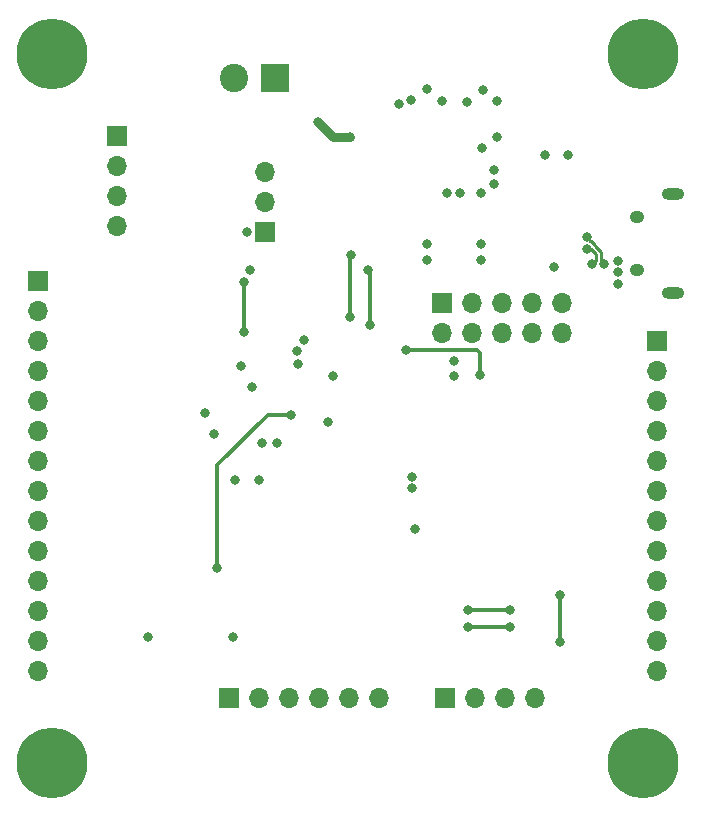
<source format=gbr>
%TF.GenerationSoftware,KiCad,Pcbnew,(5.1.9)-1*%
%TF.CreationDate,2021-01-20T19:31:44-08:00*%
%TF.ProjectId,STM32_BOB,53544d33-325f-4424-9f42-2e6b69636164,rev?*%
%TF.SameCoordinates,Original*%
%TF.FileFunction,Copper,L4,Bot*%
%TF.FilePolarity,Positive*%
%FSLAX46Y46*%
G04 Gerber Fmt 4.6, Leading zero omitted, Abs format (unit mm)*
G04 Created by KiCad (PCBNEW (5.1.9)-1) date 2021-01-20 19:31:44*
%MOMM*%
%LPD*%
G01*
G04 APERTURE LIST*
%TA.AperFunction,ComponentPad*%
%ADD10O,1.700000X1.700000*%
%TD*%
%TA.AperFunction,ComponentPad*%
%ADD11R,1.700000X1.700000*%
%TD*%
%TA.AperFunction,ComponentPad*%
%ADD12C,0.800000*%
%TD*%
%TA.AperFunction,ComponentPad*%
%ADD13C,6.000000*%
%TD*%
%TA.AperFunction,ComponentPad*%
%ADD14R,2.400000X2.400000*%
%TD*%
%TA.AperFunction,ComponentPad*%
%ADD15C,2.400000*%
%TD*%
%TA.AperFunction,ComponentPad*%
%ADD16O,1.250000X1.050000*%
%TD*%
%TA.AperFunction,ComponentPad*%
%ADD17O,1.900000X1.000000*%
%TD*%
%TA.AperFunction,ViaPad*%
%ADD18C,0.800000*%
%TD*%
%TA.AperFunction,Conductor*%
%ADD19C,0.300000*%
%TD*%
%TA.AperFunction,Conductor*%
%ADD20C,0.750000*%
%TD*%
%TA.AperFunction,Conductor*%
%ADD21C,0.261112*%
%TD*%
G04 APERTURE END LIST*
D10*
%TO.P,J3,10*%
%TO.N,NRST*%
X142160000Y-89590000D03*
%TO.P,J3,9*%
%TO.N,GND*%
X142160000Y-87050000D03*
%TO.P,J3,8*%
%TO.N,Net-(J3-Pad8)*%
X139620000Y-89590000D03*
%TO.P,J3,7*%
%TO.N,Net-(J3-Pad7)*%
X139620000Y-87050000D03*
%TO.P,J3,6*%
%TO.N,Net-(J3-Pad6)*%
X137080000Y-89590000D03*
%TO.P,J3,5*%
%TO.N,GND*%
X137080000Y-87050000D03*
%TO.P,J3,4*%
%TO.N,Net-(J3-Pad4)*%
X134540000Y-89590000D03*
%TO.P,J3,3*%
%TO.N,GND*%
X134540000Y-87050000D03*
%TO.P,J3,2*%
%TO.N,Net-(J3-Pad2)*%
X132000000Y-89590000D03*
D11*
%TO.P,J3,1*%
%TO.N,+3V3*%
X132000000Y-87050000D03*
%TD*%
D12*
%TO.P,H4,1*%
%TO.N,GND*%
X150590990Y-124409010D03*
X149000000Y-123750000D03*
X147409010Y-124409010D03*
X146750000Y-126000000D03*
X147409010Y-127590990D03*
X149000000Y-128250000D03*
X150590990Y-127590990D03*
X151250000Y-126000000D03*
D13*
X149000000Y-126000000D03*
%TD*%
D12*
%TO.P,H3,1*%
%TO.N,GND*%
X100590990Y-124409010D03*
X99000000Y-123750000D03*
X97409010Y-124409010D03*
X96750000Y-126000000D03*
X97409010Y-127590990D03*
X99000000Y-128250000D03*
X100590990Y-127590990D03*
X101250000Y-126000000D03*
D13*
X99000000Y-126000000D03*
%TD*%
D12*
%TO.P,H2,1*%
%TO.N,GND*%
X150590990Y-64409010D03*
X149000000Y-63750000D03*
X147409010Y-64409010D03*
X146750000Y-66000000D03*
X147409010Y-67590990D03*
X149000000Y-68250000D03*
X150590990Y-67590990D03*
X151250000Y-66000000D03*
D13*
X149000000Y-66000000D03*
%TD*%
D12*
%TO.P,H1,1*%
%TO.N,GND*%
X100590990Y-64409010D03*
X99000000Y-63750000D03*
X97409010Y-64409010D03*
X96750000Y-66000000D03*
X97409010Y-67590990D03*
X99000000Y-68250000D03*
X100590990Y-67590990D03*
X101250000Y-66000000D03*
D13*
X99000000Y-66000000D03*
%TD*%
D10*
%TO.P,J8,14*%
%TO.N,PA2*%
X97800000Y-118200000D03*
%TO.P,J8,13*%
%TO.N,PA1*%
X97800000Y-115660000D03*
%TO.P,J8,12*%
%TO.N,PA0*%
X97800000Y-113120000D03*
%TO.P,J8,11*%
%TO.N,PC15*%
X97800000Y-110580000D03*
%TO.P,J8,10*%
%TO.N,PC14*%
X97800000Y-108040000D03*
%TO.P,J8,9*%
%TO.N,PC13*%
X97800000Y-105500000D03*
%TO.P,J8,8*%
%TO.N,PB8*%
X97800000Y-102960000D03*
%TO.P,J8,7*%
%TO.N,PB7*%
X97800000Y-100420000D03*
%TO.P,J8,6*%
%TO.N,PB5*%
X97800000Y-97880000D03*
%TO.P,J8,5*%
%TO.N,PB4*%
X97800000Y-95340000D03*
%TO.P,J8,4*%
%TO.N,PB3*%
X97800000Y-92800000D03*
%TO.P,J8,3*%
%TO.N,PA15*%
X97800000Y-90260000D03*
%TO.P,J8,2*%
%TO.N,GND*%
X97800000Y-87720000D03*
D11*
%TO.P,J8,1*%
%TO.N,+3V3*%
X97800000Y-85180000D03*
%TD*%
D10*
%TO.P,J7,12*%
%TO.N,PA3*%
X150200000Y-118200000D03*
%TO.P,J7,11*%
%TO.N,PB0*%
X150200000Y-115660000D03*
%TO.P,J7,10*%
%TO.N,PB1*%
X150200000Y-113120000D03*
%TO.P,J7,9*%
%TO.N,PB12*%
X150200000Y-110580000D03*
%TO.P,J7,8*%
%TO.N,PB13*%
X150200000Y-108040000D03*
%TO.P,J7,7*%
%TO.N,PB14*%
X150200000Y-105500000D03*
%TO.P,J7,6*%
%TO.N,PB15*%
X150200000Y-102960000D03*
%TO.P,J7,5*%
%TO.N,PA8*%
X150200000Y-100420000D03*
%TO.P,J7,4*%
%TO.N,PA9*%
X150200000Y-97880000D03*
%TO.P,J7,3*%
%TO.N,PA10*%
X150200000Y-95340000D03*
%TO.P,J7,2*%
%TO.N,GND*%
X150200000Y-92800000D03*
D11*
%TO.P,J7,1*%
%TO.N,+3V3*%
X150200000Y-90260000D03*
%TD*%
D14*
%TO.P,J1,1*%
%TO.N,+9V*%
X117900000Y-68000000D03*
D15*
%TO.P,J1,2*%
%TO.N,GND*%
X114400000Y-68000000D03*
%TD*%
D16*
%TO.P,J2,6*%
%TO.N,Net-(J2-Pad6)*%
X148550000Y-84225000D03*
X148550000Y-79775000D03*
D17*
X151550000Y-86175000D03*
X151550000Y-77825000D03*
%TD*%
D11*
%TO.P,J4,1*%
%TO.N,+3V3*%
X114000000Y-120450000D03*
D10*
%TO.P,J4,2*%
%TO.N,Net-(J4-Pad2)*%
X116540000Y-120450000D03*
%TO.P,J4,3*%
%TO.N,Net-(J4-Pad3)*%
X119080000Y-120450000D03*
%TO.P,J4,4*%
%TO.N,Net-(J4-Pad4)*%
X121620000Y-120450000D03*
%TO.P,J4,5*%
%TO.N,Net-(J4-Pad5)*%
X124160000Y-120450000D03*
%TO.P,J4,6*%
%TO.N,GND*%
X126700000Y-120450000D03*
%TD*%
%TO.P,J5,4*%
%TO.N,GND*%
X104530000Y-80500000D03*
%TO.P,J5,3*%
%TO.N,Net-(J5-Pad3)*%
X104530000Y-77960000D03*
%TO.P,J5,2*%
%TO.N,Net-(J5-Pad2)*%
X104530000Y-75420000D03*
D11*
%TO.P,J5,1*%
%TO.N,+3V3*%
X104530000Y-72880000D03*
%TD*%
%TO.P,J6,1*%
%TO.N,+3V3*%
X132250000Y-120450000D03*
D10*
%TO.P,J6,2*%
%TO.N,Net-(J6-Pad2)*%
X134790000Y-120450000D03*
%TO.P,J6,3*%
%TO.N,Net-(J6-Pad3)*%
X137330000Y-120450000D03*
%TO.P,J6,4*%
%TO.N,GND*%
X139870000Y-120450000D03*
%TD*%
D11*
%TO.P,JP1,1*%
%TO.N,GND*%
X117000000Y-81000000D03*
D10*
%TO.P,JP1,2*%
%TO.N,Net-(JP1-Pad2)*%
X117000000Y-78460000D03*
%TO.P,JP1,3*%
%TO.N,+3V3*%
X117000000Y-75920000D03*
%TD*%
D18*
%TO.N,GND*%
X133000000Y-93250000D03*
X129750000Y-106150000D03*
X107150000Y-115350000D03*
X114350000Y-115350000D03*
X129500000Y-102750000D03*
X141500000Y-84000000D03*
X146900000Y-85400000D03*
X142650000Y-74550000D03*
X130750000Y-68950000D03*
X135450000Y-69050000D03*
X136450000Y-75750000D03*
X136450000Y-76950000D03*
X136700000Y-69950000D03*
X134100000Y-70050000D03*
X132000000Y-69950000D03*
X129400000Y-69900000D03*
X128350000Y-70200000D03*
X135350000Y-77700000D03*
X146900000Y-83500000D03*
X122350000Y-97150000D03*
X111965000Y-96400000D03*
X115965000Y-94200000D03*
X112680000Y-98150000D03*
X115000000Y-92400000D03*
X115500000Y-81000000D03*
X146900000Y-84450000D03*
X118000000Y-98900000D03*
X116740000Y-98910000D03*
X119770000Y-91130000D03*
X122750000Y-93250000D03*
%TO.N,+3V3*%
X140750000Y-74550000D03*
X135300000Y-83400000D03*
X130700000Y-82050000D03*
X135300000Y-82050000D03*
X130700000Y-83400000D03*
X120340000Y-90140000D03*
X116500000Y-102060000D03*
X114500000Y-102060000D03*
X115775000Y-84250000D03*
X133000000Y-92000000D03*
X133550000Y-77750000D03*
X136700000Y-73000000D03*
X132450000Y-77750000D03*
X135400000Y-73950000D03*
X129500000Y-101750000D03*
X119780000Y-92190000D03*
%TO.N,NRST*%
X113000000Y-109500000D03*
X119250000Y-96500000D03*
%TO.N,Net-(D1-Pad2)*%
X124250000Y-73000000D03*
X121500000Y-71750000D03*
%TO.N,PORT_USB_D+*%
X144250000Y-81498400D03*
X145751600Y-83750000D03*
%TO.N,PORT_USB_D-*%
X144250000Y-82501600D03*
X144748400Y-83750000D03*
%TO.N,PB1*%
X134250000Y-113000000D03*
X137750000Y-113000000D03*
%TO.N,PB0*%
X134250000Y-114500000D03*
X137750000Y-114500000D03*
%TO.N,PA3*%
X142000000Y-111750000D03*
X142000000Y-115750000D03*
%TO.N,BOOT0*%
X124250000Y-88250000D03*
X124283955Y-82973293D03*
%TO.N,I2C_SCL*%
X125908989Y-88908989D03*
X125750000Y-84250000D03*
%TO.N,I2C_SDA*%
X115250000Y-89500000D03*
X115250000Y-85250000D03*
%TO.N,SWCLK*%
X129000000Y-91000000D03*
X135250000Y-93140000D03*
%TD*%
D19*
%TO.N,NRST*%
X113000000Y-106000000D02*
X113000000Y-109500000D01*
X113000000Y-105500000D02*
X113000000Y-106000000D01*
X117250000Y-96500000D02*
X119250000Y-96500000D01*
X113000000Y-100750000D02*
X117250000Y-96500000D01*
X113000000Y-106000000D02*
X113000000Y-100750000D01*
D20*
%TO.N,Net-(D1-Pad2)*%
X122750000Y-73000000D02*
X121500000Y-71750000D01*
X124250000Y-73000000D02*
X122750000Y-73000000D01*
D21*
%TO.N,PORT_USB_D+*%
X145482156Y-83480556D02*
X145751600Y-83750000D01*
X145482156Y-82730556D02*
X145482156Y-83480556D01*
X144600668Y-81771043D02*
X144980557Y-82150932D01*
X144522643Y-81771043D02*
X144600668Y-81771043D01*
X144980557Y-82228957D02*
X145482156Y-82730556D01*
X144250000Y-81498400D02*
X144522643Y-81771043D01*
X144980557Y-82150932D02*
X144980557Y-82228957D01*
%TO.N,PORT_USB_D-*%
X145017844Y-83480556D02*
X144748400Y-83750000D01*
X144596563Y-82501600D02*
X145017844Y-82922881D01*
X144250000Y-82501600D02*
X144596563Y-82501600D01*
X145017844Y-82922881D02*
X145017844Y-83480556D01*
D19*
%TO.N,PB1*%
X134250000Y-113000000D02*
X137750000Y-113000000D01*
%TO.N,PB0*%
X134250000Y-114500000D02*
X137750000Y-114500000D01*
%TO.N,PA3*%
X142000000Y-111750000D02*
X142000000Y-115750000D01*
%TO.N,BOOT0*%
X124250000Y-88250000D02*
X124250000Y-85500000D01*
X124250000Y-83007248D02*
X124283955Y-82973293D01*
X124250000Y-85500000D02*
X124250000Y-83007248D01*
%TO.N,I2C_SCL*%
X125908989Y-84408989D02*
X125750000Y-84250000D01*
X125908989Y-88908989D02*
X125908989Y-84408989D01*
%TO.N,I2C_SDA*%
X115250000Y-89500000D02*
X115250000Y-85250000D01*
%TO.N,SWCLK*%
X131750000Y-91000000D02*
X129000000Y-91000000D01*
X133500000Y-91000000D02*
X133000000Y-91000000D01*
X133000000Y-91000000D02*
X131750000Y-91000000D01*
X135250000Y-91250000D02*
X135250000Y-93140000D01*
X135000000Y-91000000D02*
X135250000Y-91250000D01*
X133000000Y-91000000D02*
X135000000Y-91000000D01*
%TD*%
M02*

</source>
